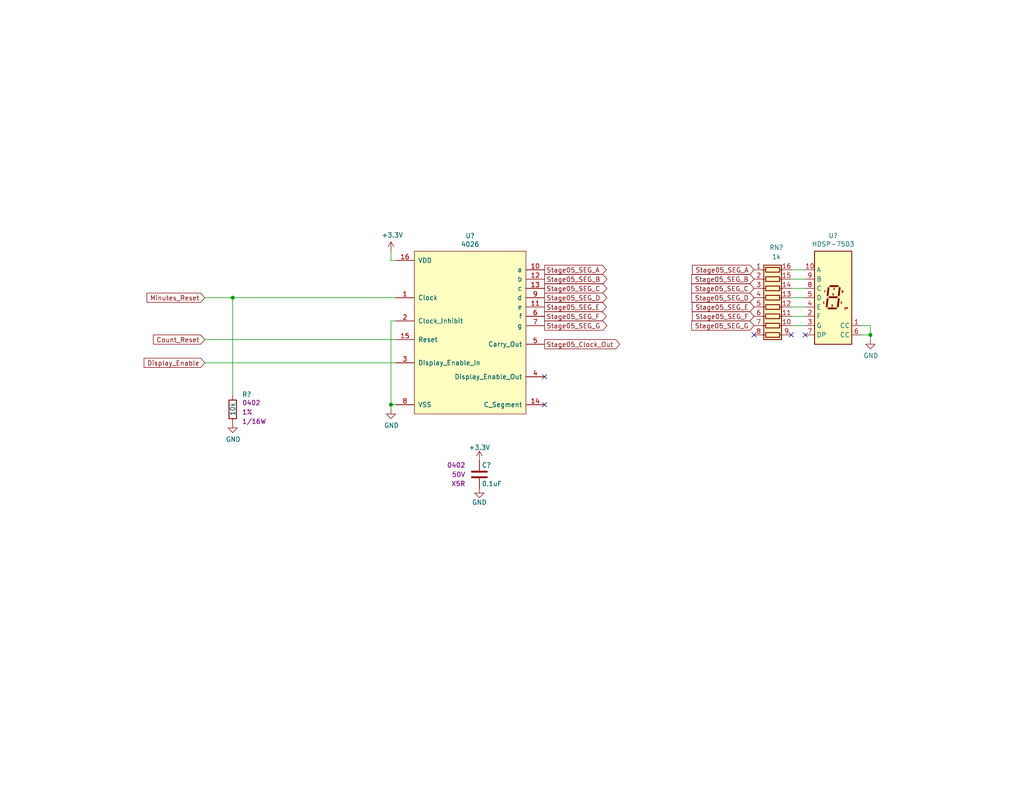
<source format=kicad_sch>
(kicad_sch (version 20230121) (generator eeschema)
  (paper "A")
  (title_block (title "Stopwatch") (date "2024-01-11") (rev "A") (company "Drew Maatman"))
  (lib_symbols
    (symbol "Custom_Library:4026" (pin_names (offset 1.016))
      (property "Reference" "U" (at 30.48 -43.18 0))
      (property "Value" "4026" (at 20.32 3.81 0))
      (symbol "4026_0_1"
        (rectangle (start 5.08 2.54) (end 35.56 -41.91) (fill (type background)))
      )
      (symbol "4026_1_1"
        (pin input line (at 0 -10.16 0) (length 5.08) (name "Clock") (number "1"))
        (pin output line (at 40.64 -2.54 180) (length 5.08) (name "a") (number "10"))
        (pin output line (at 40.64 -12.7 180) (length 5.08) (name "e") (number "11"))
        (pin output line (at 40.64 -5.08 180) (length 5.08) (name "b") (number "12"))
        (pin output line (at 40.64 -7.62 180) (length 5.08) (name "c") (number "13"))
        (pin output line (at 40.64 -39.37 180) (length 5.08) (name "C_Segment") (number "14"))
        (pin input line (at 0 -21.59 0) (length 5.08) (name "Reset") (number "15"))
        (pin power_in line (at 0 0 0) (length 5.08) (name "VDD") (number "16"))
        (pin input line (at 0 -16.51 0) (length 5.08) (name "Clock_Inhibit") (number "2"))
        (pin input line (at 0 -27.94 0) (length 5.08) (name "Display_Enable_In") (number "3"))
        (pin output line (at 40.64 -31.75 180) (length 5.08) (name "Display_Enable_Out") (number "4"))
        (pin output line (at 40.64 -22.86 180) (length 5.08) (name "Carry_Out") (number "5"))
        (pin output line (at 40.64 -15.24 180) (length 5.08) (name "f") (number "6"))
        (pin output line (at 40.64 -17.78 180) (length 5.08) (name "g") (number "7"))
        (pin power_in line (at 0 -39.37 0) (length 5.08) (name "VSS") (number "8"))
        (pin output line (at 40.64 -10.16 180) (length 5.08) (name "d") (number "9"))
      )
    )
    (symbol "Custom_Library:C_Custom" (pin_numbers hide) (pin_names (offset 0.254))
      (property "Reference" "C" (at 0.635 2.54 0))
      (property "Value" "C_Custom" (at 0.635 -2.54 0))
      (property "display_footprint" "Foot" (at -3.81 2.54 0))
      (property "Voltage" "V" (at -3.81 0 0))
      (property "Dielectric" "Er" (at -3.81 -2.54 0))
      (symbol "C_Custom_0_1"
        (polyline (pts (xy -2.032 -0.762) (xy 2.032 -0.762)) (stroke (width 0.508)))
        (polyline (pts (xy -2.032 0.762) (xy 2.032 0.762)) (stroke (width 0.508)))
      )
      (symbol "C_Custom_1_1"
        (pin passive line (at 0 3.81 270) (length 2.794) (name "~") (number "1"))
        (pin passive line (at 0 -3.81 90) (length 2.794) (name "~") (number "2"))
      )
    )
    (symbol "Custom_Library:R_Custom" (pin_numbers hide) (pin_names (offset 1.016) hide)
      (property "Reference" "R" (at -2.54 0 90))
      (property "Value" "R_Custom" (at 0 0 90))
      (property "display_footprint" "Foot" (at 2.54 0 90))
      (property "Tolerance" "Tol" (at 5.08 0 90))
      (property "Wattage" "W" (at 7.62 0 90))
      (symbol "R_Custom_0_1"
        (rectangle (start 1.016 2.54) (end -1.016 -2.54) (stroke (width 0.254)))
      )
      (symbol "R_Custom_1_1"
        (pin passive line (at 0 3.81 270) (length 1.27) (name "1") (number "1"))
        (pin passive line (at 0 -3.81 90) (length 1.27) (name "2") (number "2"))
      )
    )
    (symbol "Device:R_Pack08" (pin_names (offset 0) hide)
      (property "Reference" "RN" (at -12.7 0 90))
      (property "Value" "R_Pack08" (at 10.16 0 90))
      (symbol "R_Pack08_0_1"
        (rectangle (start -11.43 -2.413) (end 8.89 2.413) (stroke (width 0.254)) (fill (type background)))
        (rectangle (start -10.795 1.905) (end -9.525 -1.905) (stroke (width 0.254)))
        (rectangle (start -8.255 1.905) (end -6.985 -1.905) (stroke (width 0.254)))
        (rectangle (start -5.715 1.905) (end -4.445 -1.905) (stroke (width 0.254)))
        (rectangle (start -3.175 1.905) (end -1.905 -1.905) (stroke (width 0.254)))
        (rectangle (start -0.635 1.905) (end 0.635 -1.905) (stroke (width 0.254)))
        (polyline (pts (xy -10.16 -2.54) (xy -10.16 -1.905)))
        (polyline (pts (xy -10.16 1.905) (xy -10.16 2.54)))
        (polyline (pts (xy -7.62 -2.54) (xy -7.62 -1.905)))
        (polyline (pts (xy -7.62 1.905) (xy -7.62 2.54)))
        (polyline (pts (xy -5.08 -2.54) (xy -5.08 -1.905)))
        (polyline (pts (xy -5.08 1.905) (xy -5.08 2.54)))
        (polyline (pts (xy -2.54 -2.54) (xy -2.54 -1.905)))
        (polyline (pts (xy -2.54 1.905) (xy -2.54 2.54)))
        (polyline (pts (xy 0 -2.54) (xy 0 -1.905)))
        (polyline (pts (xy 0 1.905) (xy 0 2.54)))
        (polyline (pts (xy 2.54 -2.54) (xy 2.54 -1.905)))
        (polyline (pts (xy 2.54 1.905) (xy 2.54 2.54)))
        (polyline (pts (xy 5.08 -2.54) (xy 5.08 -1.905)))
        (polyline (pts (xy 5.08 1.905) (xy 5.08 2.54)))
        (polyline (pts (xy 7.62 -2.54) (xy 7.62 -1.905)))
        (polyline (pts (xy 7.62 1.905) (xy 7.62 2.54)))
        (rectangle (start 1.905 1.905) (end 3.175 -1.905) (stroke (width 0.254)))
        (rectangle (start 4.445 1.905) (end 5.715 -1.905) (stroke (width 0.254)))
        (rectangle (start 6.985 1.905) (end 8.255 -1.905) (stroke (width 0.254)))
      )
      (symbol "R_Pack08_1_1"
        (pin passive line (at -10.16 -5.08 90) (length 2.54) (name "R1.1") (number "1"))
        (pin passive line (at 5.08 5.08 270) (length 2.54) (name "R7.2") (number "10"))
        (pin passive line (at 2.54 5.08 270) (length 2.54) (name "R6.2") (number "11"))
        (pin passive line (at 0 5.08 270) (length 2.54) (name "R5.2") (number "12"))
        (pin passive line (at -2.54 5.08 270) (length 2.54) (name "R4.2") (number "13"))
        (pin passive line (at -5.08 5.08 270) (length 2.54) (name "R3.2") (number "14"))
        (pin passive line (at -7.62 5.08 270) (length 2.54) (name "R2.2") (number "15"))
        (pin passive line (at -10.16 5.08 270) (length 2.54) (name "R1.2") (number "16"))
        (pin passive line (at -7.62 -5.08 90) (length 2.54) (name "R2.1") (number "2"))
        (pin passive line (at -5.08 -5.08 90) (length 2.54) (name "R3.1") (number "3"))
        (pin passive line (at -2.54 -5.08 90) (length 2.54) (name "R4.1") (number "4"))
        (pin passive line (at 0 -5.08 90) (length 2.54) (name "R5.1") (number "5"))
        (pin passive line (at 2.54 -5.08 90) (length 2.54) (name "R6.1") (number "6"))
        (pin passive line (at 5.08 -5.08 90) (length 2.54) (name "R7.1") (number "7"))
        (pin passive line (at 7.62 -5.08 90) (length 2.54) (name "R8.1") (number "8"))
        (pin passive line (at 7.62 5.08 270) (length 2.54) (name "R8.2") (number "9"))
      )
    )
    (symbol "Display_Character:HDSP-7503"
      (property "Reference" "U" (at -3.81 13.97 0))
      (property "Value" "HDSP-7503" (at 6.35 13.97 0))
      (symbol "HDSP-7503_1_0"
        (text "A" (at 0.254 2.413 0) (effects (font (size 0.508 0.508))))
        (text "B" (at 2.54 1.651 0) (effects (font (size 0.508 0.508))))
        (text "C" (at 2.286 -1.397 0) (effects (font (size 0.508 0.508))))
        (text "D" (at -0.254 -2.159 0) (effects (font (size 0.508 0.508))))
        (text "DP" (at 3.556 -2.921 0) (effects (font (size 0.508 0.508))))
        (text "E" (at -2.54 -1.397 0) (effects (font (size 0.508 0.508))))
        (text "F" (at -2.286 1.651 0) (effects (font (size 0.508 0.508))))
        (text "G" (at 0 0.889 0) (effects (font (size 0.508 0.508))))
      )
      (symbol "HDSP-7503_1_1"
        (rectangle (start -5.08 12.7) (end 5.08 -12.7) (stroke (width 0.254)) (fill (type background)))
        (polyline (pts (xy -1.524 -0.381) (xy -1.778 -2.413)) (stroke (width 0.508)))
        (polyline (pts (xy -1.27 -2.921) (xy 0.762 -2.921)) (stroke (width 0.508)))
        (polyline (pts (xy -1.27 2.667) (xy -1.524 0.635)) (stroke (width 0.508)))
        (polyline (pts (xy -1.016 0.127) (xy 1.016 0.127)) (stroke (width 0.508)))
        (polyline (pts (xy -0.762 3.175) (xy 1.27 3.175)) (stroke (width 0.508)))
        (polyline (pts (xy 1.524 -0.381) (xy 1.27 -2.413)) (stroke (width 0.508)))
        (polyline (pts (xy 1.778 2.667) (xy 1.524 0.635)) (stroke (width 0.508)))
        (polyline (pts (xy 2.54 -2.921) (xy 2.54 -2.921)) (stroke (width 0.508)))
        (pin input line (at 7.62 -7.62 180) (length 2.54) (name "CC") (number "1"))
        (pin input line (at -7.62 7.62 0) (length 2.54) (name "A") (number "10"))
        (pin input line (at -7.62 -5.08 0) (length 2.54) (name "F") (number "2"))
        (pin input line (at -7.62 -7.62 0) (length 2.54) (name "G") (number "3"))
        (pin input line (at -7.62 -2.54 0) (length 2.54) (name "E") (number "4"))
        (pin input line (at -7.62 0 0) (length 2.54) (name "D") (number "5"))
        (pin input line (at 7.62 -10.16 180) (length 2.54) (name "CC") (number "6"))
        (pin input line (at -7.62 -10.16 0) (length 2.54) (name "DP") (number "7"))
        (pin input line (at -7.62 2.54 0) (length 2.54) (name "C") (number "8"))
        (pin input line (at -7.62 5.08 0) (length 2.54) (name "B") (number "9"))
      )
    )
    (symbol "power:+3.3V" (power) (pin_names (offset 0))
      (property "Value" "+3.3V" (at 0 3.556 0))
      (symbol "+3.3V_0_1"
        (polyline (pts (xy -0.762 1.27) (xy 0 2.54)))
        (polyline (pts (xy 0 0) (xy 0 2.54)))
        (polyline (pts (xy 0 2.54) (xy 0.762 1.27)))
      )
      (symbol "+3.3V_1_1"
        (pin power_in line (at 0 0 90) (length 0) hide (name "+3.3V") (number "1"))
      )
    )
    (symbol "power:GND" (power) (pin_names (offset 0))
      (property "Value" "GND" (at 0 -3.81 0))
      (symbol "GND_0_1"
        (polyline (pts (xy 0 0) (xy 0 -1.27) (xy 1.27 -1.27) (xy 0 -2.54) (xy -1.27 -1.27) (xy 0 -1.27)))
      )
      (symbol "GND_1_1"
        (pin power_in line (at 0 0 270) (length 0) hide (name "GND") (number "1"))
      )
    )
  )
  (junction (at 237.49 91.44))
  (junction (at 106.68 110.49))
  (junction (at 63.5 81.28))
  (no_connect (at 148.59 102.87))
  (no_connect (at 215.9 91.44))
  (no_connect (at 219.71 91.44))
  (no_connect (at 148.59 110.49))
  (no_connect (at 205.74 91.44))
  (wire (pts (xy 106.68 110.49) (xy 107.95 110.49)))
  (wire (pts (xy 107.95 87.63) (xy 106.68 87.63)))
  (wire (pts (xy 237.49 92.71) (xy 237.49 91.44)))
  (wire (pts (xy 237.49 88.9) (xy 234.95 88.9)))
  (wire (pts (xy 215.9 81.28) (xy 219.71 81.28)))
  (wire (pts (xy 55.88 81.28) (xy 63.5 81.28)))
  (wire (pts (xy 215.9 78.74) (xy 219.71 78.74)))
  (wire (pts (xy 215.9 86.36) (xy 219.71 86.36)))
  (wire (pts (xy 106.68 68.58) (xy 106.68 71.12)))
  (wire (pts (xy 215.9 83.82) (xy 219.71 83.82)))
  (wire (pts (xy 55.88 92.71) (xy 107.95 92.71)))
  (wire (pts (xy 55.88 99.06) (xy 107.95 99.06)))
  (wire (pts (xy 106.68 111.76) (xy 106.68 110.49)))
  (wire (pts (xy 106.68 71.12) (xy 107.95 71.12)))
  (wire (pts (xy 106.68 87.63) (xy 106.68 110.49)))
  (wire (pts (xy 234.95 91.44) (xy 237.49 91.44)))
  (wire (pts (xy 107.95 81.28) (xy 63.5 81.28)))
  (wire (pts (xy 215.9 88.9) (xy 219.71 88.9)))
  (wire (pts (xy 237.49 91.44) (xy 237.49 88.9)))
  (wire (pts (xy 215.9 73.66) (xy 219.71 73.66)))
  (wire (pts (xy 215.9 76.2) (xy 219.71 76.2)))
  (wire (pts (xy 63.5 81.28) (xy 63.5 107.95)))
  (global_label "Stage05_SEG_A" (shape output) (at 148.59 73.66 0) (property "Intersheetrefs" "${INTERSHEET_REFS}" (effects hide)))
  (global_label "Stage05_SEG_G" (shape output) (at 148.59 88.9 0) (property "Intersheetrefs" "${INTERSHEET_REFS}" (effects hide)))
  (global_label "Stage05_SEG_A" (shape input) (at 205.74 73.66 180) (property "Intersheetrefs" "${INTERSHEET_REFS}" (effects hide)))
  (global_label "Stage05_SEG_E" (shape input) (at 205.74 83.82 180) (property "Intersheetrefs" "${INTERSHEET_REFS}" (effects hide)))
  (global_label "Stage05_SEG_C" (shape input) (at 205.74 78.74 180) (property "Intersheetrefs" "${INTERSHEET_REFS}" (effects hide)))
  (global_label "Stage05_SEG_F" (shape input) (at 205.74 86.36 180) (property "Intersheetrefs" "${INTERSHEET_REFS}" (effects hide)))
  (global_label "Minutes_Reset" (shape input) (at 55.88 81.28 180) (property "Intersheetrefs" "${INTERSHEET_REFS}" (effects hide)))
  (global_label "Stage05_SEG_C" (shape output) (at 148.59 78.74 0) (property "Intersheetrefs" "${INTERSHEET_REFS}" (effects hide)))
  (global_label "Stage05_SEG_F" (shape output) (at 148.59 86.36 0) (property "Intersheetrefs" "${INTERSHEET_REFS}" (effects hide)))
  (global_label "Stage05_SEG_E" (shape output) (at 148.59 83.82 0) (property "Intersheetrefs" "${INTERSHEET_REFS}" (effects hide)))
  (global_label "Stage05_SEG_B" (shape output) (at 148.59 76.2 0) (property "Intersheetrefs" "${INTERSHEET_REFS}" (effects hide)))
  (global_label "Stage05_SEG_B" (shape input) (at 205.74 76.2 180) (property "Intersheetrefs" "${INTERSHEET_REFS}" (effects hide)))
  (global_label "Stage05_SEG_D" (shape output) (at 148.59 81.28 0) (property "Intersheetrefs" "${INTERSHEET_REFS}" (effects hide)))
  (global_label "Stage05_SEG_G" (shape input) (at 205.74 88.9 180) (property "Intersheetrefs" "${INTERSHEET_REFS}" (effects hide)))
  (global_label "Stage05_Clock_Out" (shape output) (at 148.59 93.98 0) (property "Intersheetrefs" "${INTERSHEET_REFS}" (effects hide)))
  (global_label "Count_Reset" (shape input) (at 55.88 92.71 180) (property "Intersheetrefs" "${INTERSHEET_REFS}" (effects hide)))
  (global_label "Stage05_SEG_D" (shape input) (at 205.74 81.28 180) (property "Intersheetrefs" "${INTERSHEET_REFS}" (effects hide)))
  (global_label "Display_Enable" (shape input) (at 55.88 99.06 180) (property "Intersheetrefs" "${INTERSHEET_REFS}" (effects hide)))
  (symbol (lib_id "Custom_Library:R_Custom") (at 63.5 111.76 0) (unit 1)
    (property "Reference" "R?" (at 66.04 107.696 0) (effects (justify left)))
    (property "Value" "10k" (at 63.5 113.538 90) (effects (justify left)))
    (property "Footprint" "Resistors_SMD:R_0402" (effects hide))
    (property "display_footprint" "0402" (at 66.04 109.982 0) (effects (justify left)))
    (property "Tolerance" "1%" (at 66.04 112.522 0) (effects (justify left)))
    (property "Wattage" "1/16W" (at 66.04 115.062 0) (effects (justify left)))
    (property "Digi-Key PN" "RMCF0402FT10K0CT-ND" (effects hide))
    (instances (project "Stopwatch" (path "" (reference "R?") (unit 1)) (path "" (reference "R1101") (unit 1))))
  )
  (symbol (lib_id "power:GND") (at 237.49 92.71 0) (unit 1)
    (property "Reference" "#PWR?" (effects hide))
    (property "Value" "GND" (at 237.617 97.1042 0))
    (instances (project "Stopwatch" (path "" (reference "#PWR?") (unit 1)) (path "" (reference "#PWR01106") (unit 1))))
  )
  (symbol (lib_id "power:GND") (at 130.81 133.35 0) (unit 1)
    (property "Reference" "#PWR?" (effects hide))
    (property "Value" "GND" (at 130.81 137.16 0))
    (instances (project "Stopwatch" (path "" (reference "#PWR?") (unit 1)) (path "" (reference "#PWR01105") (unit 1))))
  )
  (symbol (lib_id "Custom_Library:C_Custom") (at 130.81 129.54 0) (unit 1)
    (property "Reference" "C?" (at 131.445 127 0) (effects (justify left)))
    (property "Value" "0.1uF" (at 131.445 132.08 0) (effects (justify left)))
    (property "Footprint" "Capacitors_SMD:C_0402" (effects hide))
    (property "display_footprint" "0402" (at 127 127 0) (effects (justify right)))
    (property "Voltage" "50V" (at 127 129.54 0) (effects (justify right)))
    (property "Dielectric" "X5R" (at 127 132.08 0) (effects (justify right)))
    (property "Digi-Key PN" "490-10697-1-ND" (effects hide))
    (instances (project "Stopwatch" (path "" (reference "C?") (unit 1)) (path "" (reference "C1101") (unit 1))))
  )
  (symbol (lib_id "Device:R_Pack08") (at 210.82 83.82 270) (unit 1)
    (property "Reference" "RN?" (at 211.836 67.564 90))
    (property "Value" "1k" (at 211.836 70.104 90))
    (property "Footprint" "Resistor_SMD:R_Cat16-8" (effects hide))
    (property "Digi-Key PN" "CAT16-102J8LFCT-ND" (effects hide))
    (instances (project "Stopwatch" (path "" (reference "RN?") (unit 1)) (path "" (reference "RN1101") (unit 1))))
  )
  (symbol (lib_id "Custom_Library:4026") (at 107.95 71.12 0) (unit 1)
    (property "Reference" "U?" (at 128.27 64.389 0))
    (property "Value" "4026" (at 128.27 66.7004 0))
    (property "Footprint" "Housings_SSOP:TSSOP-16_4.4x5mm_Pitch0.65mm" (effects hide))
    (property "Digi-Key PN" "296-32878-5-ND" (effects hide))
    (instances (project "Stopwatch" (path "" (reference "U?") (unit 1)) (path "" (reference "U1101") (unit 1))))
  )
  (symbol (lib_id "power:+3.3V") (at 106.68 68.58 0) (unit 1)
    (property "Reference" "#PWR?" (effects hide))
    (property "Value" "+3.3V" (at 107.061 64.1858 0))
    (instances (project "Stopwatch" (path "" (reference "#PWR?") (unit 1)) (path "" (reference "#PWR01102") (unit 1))))
  )
  (symbol (lib_id "Display_Character:HDSP-7503") (at 227.33 81.28 0) (unit 1)
    (property "Reference" "U?" (at 227.33 64.3382 0))
    (property "Value" "HDSP-7503" (at 227.33 66.6496 0))
    (property "Footprint" "Display_7Segment:HDSP-A151" (effects hide))
    (property "Datasheet" "https://docs.broadcom.com/docs/AV02-2553EN" (effects hide))
    (property "Digi-Key PN" "516-1203-5-ND" (effects hide))
    (instances (project "Stopwatch" (path "" (reference "U?") (unit 1)) (path "" (reference "U1102") (unit 1))))
  )
  (symbol (lib_id "power:+3.3V") (at 130.81 125.73 0) (unit 1)
    (property "Reference" "#PWR?" (effects hide))
    (property "Value" "+3.3V" (at 130.81 122.174 0))
    (instances (project "Stopwatch" (path "" (reference "#PWR?") (unit 1)) (path "" (reference "#PWR01104") (unit 1))))
  )
  (symbol (lib_id "power:GND") (at 63.5 115.57 0) (unit 1)
    (property "Reference" "#PWR?" (effects hide))
    (property "Value" "GND" (at 63.627 119.9642 0))
    (instances (project "Stopwatch" (path "" (reference "#PWR?") (unit 1)) (path "" (reference "#PWR01101") (unit 1))))
  )
  (symbol (lib_id "power:GND") (at 106.68 111.76 0) (unit 1)
    (property "Reference" "#PWR?" (effects hide))
    (property "Value" "GND" (at 106.807 116.1542 0))
    (instances (project "Stopwatch" (path "" (reference "#PWR?") (unit 1)) (path "" (reference "#PWR01103") (unit 1))))
  )
)
</source>
